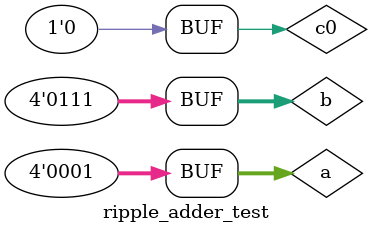
<source format=v>
`timescale 1ns / 1ps


module ripple_adder_test;

	// Inputs
	reg [3:0] a;
	reg [3:0] b;
	reg c0;

	// Outputs
	wire cout;
	wire [3:0] sum;

	// Instantiate the Unit Under Test (UUT)
	ripple_adder uut (
		.a(a), 
		.b(b), 
		.c0(c0), 
		.cout(cout), 
		.sum(sum)
	);

	initial begin
	
		$monitor($time,"\t a=%4b, b=%4b, cin=%b, sum=%4b, cout=%b",a,b,c0,sum,cout);
		// Initialize Inputs
		a = 0;
		b = 0;
		c0 = 0;

		// delay of 2
		#10;
        a=4'b0000;
		  b=4'b0001;
		  
		 #10;
        a=0;
		  b=0;
		  //delay of 4
		  #10;
        a=4'b0001;
		  b=4'b0001;
		  
		   #10;
        a=0;
		  b=0;
		 //delay of 6.
		#10;
        a=4'b0001;
		  b=4'b0011;
		  
		   #10;
        a=0;
		  b=0;
		//delay of 8
		#10;
        a=4'b0001;
		  b=4'b0111;
	end
	
      
endmodule


</source>
